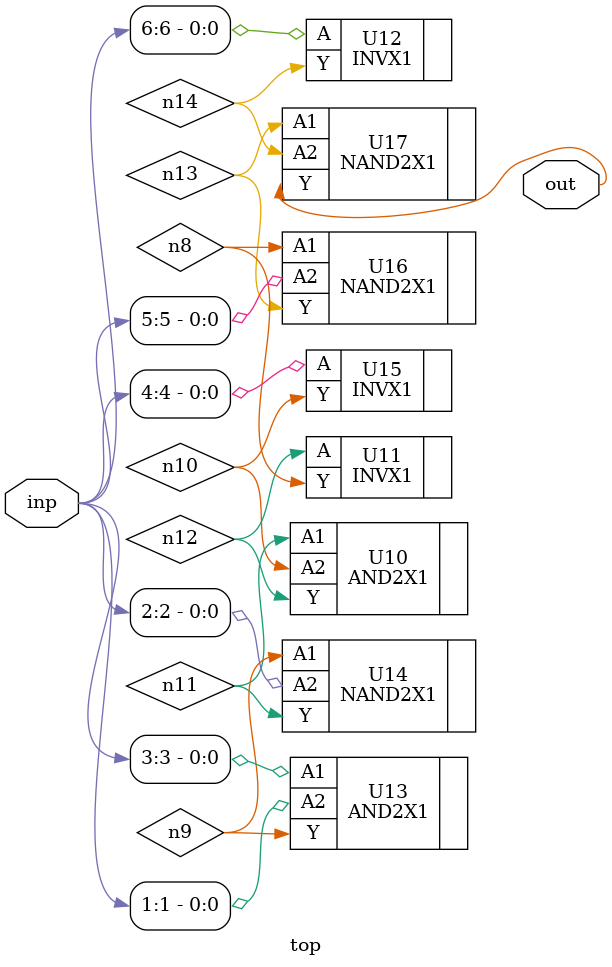
<source format=sv>


module top ( inp, out );
  input [6:0] inp;
  output out;
  wire   n8, n9, n10, n11, n12, n13, n14;

  AND2X1 U10 ( .A1(n11), .A2(n10), .Y(n12) );
  INVX1 U11 ( .A(n12), .Y(n8) );
  INVX1 U12 ( .A(inp[6]), .Y(n14) );
  AND2X1 U13 ( .A1(inp[3]), .A2(inp[1]), .Y(n9) );
  NAND2X1 U14 ( .A1(n9), .A2(inp[2]), .Y(n11) );
  INVX1 U15 ( .A(inp[4]), .Y(n10) );
  NAND2X1 U16 ( .A1(n8), .A2(inp[5]), .Y(n13) );
  NAND2X1 U17 ( .A1(n13), .A2(n14), .Y(out) );
endmodule


</source>
